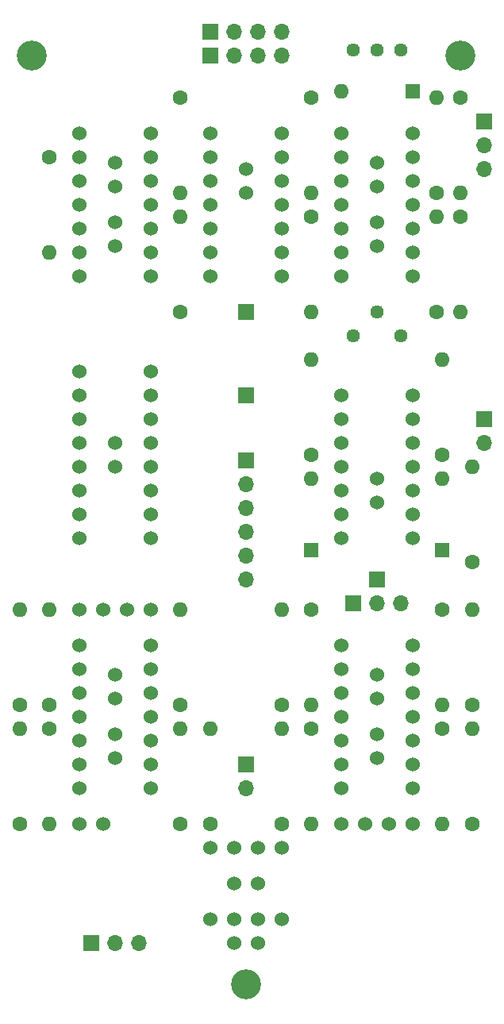
<source format=gts>
G04 #@! TF.GenerationSoftware,KiCad,Pcbnew,(6.0.0)*
G04 #@! TF.CreationDate,2022-08-08T23:08:48+02:00*
G04 #@! TF.ProjectId,FG-VCO-(core1),46472d56-434f-42d2-9863-6f726531292e,rev?*
G04 #@! TF.SameCoordinates,Original*
G04 #@! TF.FileFunction,Soldermask,Top*
G04 #@! TF.FilePolarity,Negative*
%FSLAX46Y46*%
G04 Gerber Fmt 4.6, Leading zero omitted, Abs format (unit mm)*
G04 Created by KiCad (PCBNEW (6.0.0)) date 2022-08-08 23:08:48*
%MOMM*%
%LPD*%
G01*
G04 APERTURE LIST*
%ADD10C,1.600000*%
%ADD11O,1.600000X1.600000*%
%ADD12C,1.524000*%
%ADD13C,3.200000*%
%ADD14R,1.700000X1.700000*%
%ADD15O,1.700000X1.700000*%
%ADD16R,1.600000X1.600000*%
%ADD17C,1.440000*%
G04 APERTURE END LIST*
D10*
X50800000Y-73025000D03*
D11*
X50800000Y-62865000D03*
D12*
X16510000Y-27305000D03*
X16510000Y-24765000D03*
X16510000Y-22225000D03*
X16510000Y-19685000D03*
X16510000Y-17145000D03*
X16510000Y-14605000D03*
X16510000Y-12065000D03*
X8890000Y-12065000D03*
X8890000Y-14605000D03*
X8890000Y-17145000D03*
X8890000Y-19685000D03*
X8890000Y-22225000D03*
X8890000Y-24765000D03*
X8890000Y-27305000D03*
D10*
X46990000Y-18415000D03*
D11*
X46990000Y-8255000D03*
D10*
X33655000Y-46355000D03*
D11*
X33655000Y-36195000D03*
D12*
X12700000Y-24130000D03*
X12700000Y-21590000D03*
D10*
X19685000Y-31115000D03*
D11*
X19685000Y-20955000D03*
D12*
X25400000Y-98425000D03*
X27940000Y-98425000D03*
D13*
X26670000Y-102870000D03*
D10*
X47625000Y-46355000D03*
D11*
X47625000Y-36195000D03*
D13*
X49530000Y-3810000D03*
D10*
X33655000Y-62865000D03*
D11*
X33655000Y-73025000D03*
D10*
X47625000Y-62865000D03*
D11*
X47625000Y-73025000D03*
D10*
X46990000Y-31115000D03*
D11*
X46990000Y-20955000D03*
D10*
X5715000Y-75565000D03*
D11*
X5715000Y-85725000D03*
D12*
X11430000Y-62865000D03*
X8890000Y-62865000D03*
X12700000Y-69850000D03*
X12700000Y-72390000D03*
X26670000Y-15875000D03*
X26670000Y-18415000D03*
D14*
X26670000Y-40005000D03*
D12*
X41910000Y-85725000D03*
X44450000Y-85725000D03*
X36830000Y-40005000D03*
X36830000Y-42545000D03*
X36830000Y-45085000D03*
X36830000Y-47625000D03*
X36830000Y-50165000D03*
X36830000Y-52705000D03*
X36830000Y-55245000D03*
X44450000Y-55245000D03*
X44450000Y-52705000D03*
X44450000Y-50165000D03*
X44450000Y-47625000D03*
X44450000Y-45085000D03*
X44450000Y-42545000D03*
X44450000Y-40005000D03*
D14*
X22860000Y-3810000D03*
D15*
X25400000Y-3810000D03*
X27940000Y-3810000D03*
X30480000Y-3810000D03*
D10*
X22860000Y-85725000D03*
D11*
X22860000Y-75565000D03*
D10*
X50800000Y-57785000D03*
D11*
X50800000Y-47625000D03*
D10*
X5715000Y-73025000D03*
D11*
X5715000Y-62865000D03*
D12*
X40640000Y-48895000D03*
X40640000Y-51435000D03*
D10*
X2540000Y-73025000D03*
D11*
X2540000Y-62865000D03*
D16*
X47625000Y-56515000D03*
D11*
X47625000Y-48895000D03*
D14*
X38100000Y-62230000D03*
D15*
X40640000Y-62230000D03*
X43180000Y-62230000D03*
D10*
X33655000Y-20955000D03*
D11*
X33655000Y-31115000D03*
D12*
X12700000Y-76200000D03*
X12700000Y-78740000D03*
X25400000Y-92075000D03*
X27940000Y-92075000D03*
D14*
X10160000Y-98425000D03*
D15*
X12700000Y-98425000D03*
X15240000Y-98425000D03*
D16*
X33655000Y-56515000D03*
D11*
X33655000Y-48895000D03*
D10*
X30480000Y-73025000D03*
D11*
X30480000Y-62865000D03*
D10*
X47625000Y-75565000D03*
D11*
X47625000Y-85725000D03*
D12*
X40640000Y-78740000D03*
X40640000Y-76200000D03*
D17*
X38100000Y-3175000D03*
X40640000Y-3175000D03*
X43180000Y-3175000D03*
D10*
X5715000Y-14605000D03*
D11*
X5715000Y-24765000D03*
D14*
X40640000Y-59690000D03*
D10*
X19685000Y-85725000D03*
D11*
X19685000Y-75565000D03*
D12*
X13970000Y-62865000D03*
X16510000Y-62865000D03*
D14*
X26670000Y-79375000D03*
D15*
X26670000Y-81915000D03*
D12*
X12700000Y-15240000D03*
X12700000Y-17780000D03*
X44450000Y-81915000D03*
X44450000Y-79375000D03*
X44450000Y-76835000D03*
X44450000Y-74295000D03*
X44450000Y-71755000D03*
X44450000Y-69215000D03*
X44450000Y-66675000D03*
X36830000Y-66675000D03*
X36830000Y-69215000D03*
X36830000Y-71755000D03*
X36830000Y-74295000D03*
X36830000Y-76835000D03*
X36830000Y-79375000D03*
X36830000Y-81915000D03*
D17*
X43180000Y-33655000D03*
X40640000Y-31115000D03*
X38100000Y-33655000D03*
D12*
X40640000Y-17780000D03*
X40640000Y-15240000D03*
X30480000Y-27305000D03*
X30480000Y-24765000D03*
X30480000Y-22225000D03*
X30480000Y-19685000D03*
X30480000Y-17145000D03*
X30480000Y-14605000D03*
X30480000Y-12065000D03*
X22860000Y-12065000D03*
X22860000Y-14605000D03*
X22860000Y-17145000D03*
X22860000Y-19685000D03*
X22860000Y-22225000D03*
X22860000Y-24765000D03*
X22860000Y-27305000D03*
D10*
X50800000Y-85725000D03*
D11*
X50800000Y-75565000D03*
D10*
X30480000Y-85725000D03*
D11*
X30480000Y-75565000D03*
D12*
X8890000Y-66675000D03*
X8890000Y-69215000D03*
X8890000Y-71755000D03*
X8890000Y-74295000D03*
X8890000Y-76835000D03*
X8890000Y-79375000D03*
X8890000Y-81915000D03*
X16510000Y-81915000D03*
X16510000Y-79375000D03*
X16510000Y-76835000D03*
X16510000Y-74295000D03*
X16510000Y-71755000D03*
X16510000Y-69215000D03*
X16510000Y-66675000D03*
X11430000Y-85725000D03*
X8890000Y-85725000D03*
X39370000Y-85725000D03*
X36830000Y-85725000D03*
D13*
X3810000Y-3810000D03*
D14*
X26670000Y-31115000D03*
D10*
X33655000Y-75565000D03*
D11*
X33655000Y-85725000D03*
D12*
X36830000Y-12065000D03*
X36830000Y-14605000D03*
X36830000Y-17145000D03*
X36830000Y-19685000D03*
X36830000Y-22225000D03*
X36830000Y-24765000D03*
X36830000Y-27305000D03*
X44450000Y-27305000D03*
X44450000Y-24765000D03*
X44450000Y-22225000D03*
X44450000Y-19685000D03*
X44450000Y-17145000D03*
X44450000Y-14605000D03*
X44450000Y-12065000D03*
X8890000Y-37465000D03*
X8890000Y-40005000D03*
X8890000Y-42545000D03*
X8890000Y-45085000D03*
X8890000Y-47625000D03*
X8890000Y-50165000D03*
X8890000Y-52705000D03*
X8890000Y-55245000D03*
X16510000Y-55245000D03*
X16510000Y-52705000D03*
X16510000Y-50165000D03*
X16510000Y-47625000D03*
X16510000Y-45085000D03*
X16510000Y-42545000D03*
X16510000Y-40005000D03*
X16510000Y-37465000D03*
X12700000Y-47625000D03*
X12700000Y-45085000D03*
D10*
X19685000Y-8255000D03*
D11*
X19685000Y-18415000D03*
D10*
X49530000Y-8255000D03*
D11*
X49530000Y-18415000D03*
D12*
X40640000Y-72390000D03*
X40640000Y-69850000D03*
D10*
X2540000Y-85725000D03*
D11*
X2540000Y-75565000D03*
D12*
X40640000Y-24130000D03*
X40640000Y-21590000D03*
D10*
X49530000Y-20955000D03*
D11*
X49530000Y-31115000D03*
D10*
X19685000Y-73025000D03*
D11*
X19685000Y-62865000D03*
D16*
X44450000Y-7620000D03*
D11*
X36830000Y-7620000D03*
D12*
X30480000Y-88265000D03*
X27940000Y-88265000D03*
X25400000Y-88265000D03*
X22860000Y-88265000D03*
X22860000Y-95885000D03*
X25400000Y-95885000D03*
X27940000Y-95885000D03*
X30480000Y-95885000D03*
D10*
X33655000Y-8255000D03*
D11*
X33655000Y-18415000D03*
D14*
X26670000Y-46990000D03*
D15*
X26670000Y-49530000D03*
X26670000Y-52070000D03*
X26670000Y-54610000D03*
X26670000Y-57150000D03*
X26670000Y-59690000D03*
D14*
X52070000Y-10810000D03*
D15*
X52070000Y-13350000D03*
X52070000Y-15890000D03*
D14*
X22860000Y-1270000D03*
D15*
X25400000Y-1270000D03*
X27940000Y-1270000D03*
X30480000Y-1270000D03*
D14*
X52070000Y-42545000D03*
D15*
X52070000Y-45085000D03*
M02*

</source>
